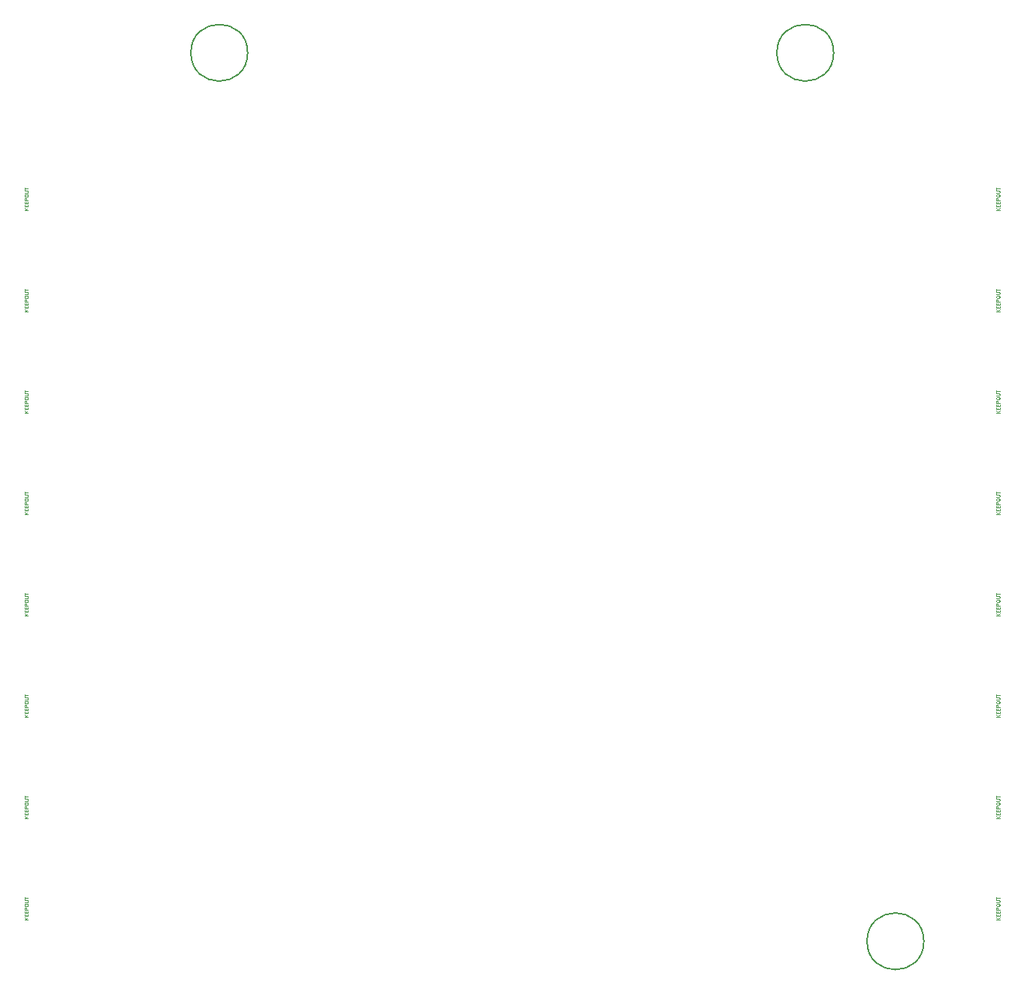
<source format=gbr>
%TF.GenerationSoftware,KiCad,Pcbnew,7.0.6*%
%TF.CreationDate,2024-06-29T14:20:43+02:00*%
%TF.ProjectId,plinkyblack_hwmidi_jacks,706c696e-6b79-4626-9c61-636b5f68776d,rev?*%
%TF.SameCoordinates,Original*%
%TF.FileFunction,Other,Comment*%
%FSLAX46Y46*%
G04 Gerber Fmt 4.6, Leading zero omitted, Abs format (unit mm)*
G04 Created by KiCad (PCBNEW 7.0.6) date 2024-06-29 14:20:43*
%MOMM*%
%LPD*%
G01*
G04 APERTURE LIST*
%ADD10C,0.051000*%
%ADD11C,0.150000*%
G04 APERTURE END LIST*
D10*
X21642395Y-116808095D02*
X21242395Y-116808095D01*
X21642395Y-116579524D02*
X21413824Y-116750953D01*
X21242395Y-116579524D02*
X21470967Y-116808095D01*
X21432871Y-116408095D02*
X21432871Y-116274762D01*
X21642395Y-116217619D02*
X21642395Y-116408095D01*
X21642395Y-116408095D02*
X21242395Y-116408095D01*
X21242395Y-116408095D02*
X21242395Y-116217619D01*
X21432871Y-116046190D02*
X21432871Y-115912857D01*
X21642395Y-115855714D02*
X21642395Y-116046190D01*
X21642395Y-116046190D02*
X21242395Y-116046190D01*
X21242395Y-116046190D02*
X21242395Y-115855714D01*
X21642395Y-115684285D02*
X21242395Y-115684285D01*
X21242395Y-115684285D02*
X21242395Y-115531904D01*
X21242395Y-115531904D02*
X21261443Y-115493809D01*
X21261443Y-115493809D02*
X21280490Y-115474762D01*
X21280490Y-115474762D02*
X21318586Y-115455714D01*
X21318586Y-115455714D02*
X21375728Y-115455714D01*
X21375728Y-115455714D02*
X21413824Y-115474762D01*
X21413824Y-115474762D02*
X21432871Y-115493809D01*
X21432871Y-115493809D02*
X21451919Y-115531904D01*
X21451919Y-115531904D02*
X21451919Y-115684285D01*
X21242395Y-115208095D02*
X21242395Y-115131904D01*
X21242395Y-115131904D02*
X21261443Y-115093809D01*
X21261443Y-115093809D02*
X21299538Y-115055714D01*
X21299538Y-115055714D02*
X21375728Y-115036666D01*
X21375728Y-115036666D02*
X21509062Y-115036666D01*
X21509062Y-115036666D02*
X21585252Y-115055714D01*
X21585252Y-115055714D02*
X21623348Y-115093809D01*
X21623348Y-115093809D02*
X21642395Y-115131904D01*
X21642395Y-115131904D02*
X21642395Y-115208095D01*
X21642395Y-115208095D02*
X21623348Y-115246190D01*
X21623348Y-115246190D02*
X21585252Y-115284285D01*
X21585252Y-115284285D02*
X21509062Y-115303333D01*
X21509062Y-115303333D02*
X21375728Y-115303333D01*
X21375728Y-115303333D02*
X21299538Y-115284285D01*
X21299538Y-115284285D02*
X21261443Y-115246190D01*
X21261443Y-115246190D02*
X21242395Y-115208095D01*
X21242395Y-114865237D02*
X21566205Y-114865237D01*
X21566205Y-114865237D02*
X21604300Y-114846190D01*
X21604300Y-114846190D02*
X21623348Y-114827142D01*
X21623348Y-114827142D02*
X21642395Y-114789047D01*
X21642395Y-114789047D02*
X21642395Y-114712856D01*
X21642395Y-114712856D02*
X21623348Y-114674761D01*
X21623348Y-114674761D02*
X21604300Y-114655714D01*
X21604300Y-114655714D02*
X21566205Y-114636666D01*
X21566205Y-114636666D02*
X21242395Y-114636666D01*
X21242395Y-114503332D02*
X21242395Y-114274761D01*
X21642395Y-114389047D02*
X21242395Y-114389047D01*
X131122395Y-48228095D02*
X130722395Y-48228095D01*
X131122395Y-47999524D02*
X130893824Y-48170953D01*
X130722395Y-47999524D02*
X130950967Y-48228095D01*
X130912871Y-47828095D02*
X130912871Y-47694762D01*
X131122395Y-47637619D02*
X131122395Y-47828095D01*
X131122395Y-47828095D02*
X130722395Y-47828095D01*
X130722395Y-47828095D02*
X130722395Y-47637619D01*
X130912871Y-47466190D02*
X130912871Y-47332857D01*
X131122395Y-47275714D02*
X131122395Y-47466190D01*
X131122395Y-47466190D02*
X130722395Y-47466190D01*
X130722395Y-47466190D02*
X130722395Y-47275714D01*
X131122395Y-47104285D02*
X130722395Y-47104285D01*
X130722395Y-47104285D02*
X130722395Y-46951904D01*
X130722395Y-46951904D02*
X130741443Y-46913809D01*
X130741443Y-46913809D02*
X130760490Y-46894762D01*
X130760490Y-46894762D02*
X130798586Y-46875714D01*
X130798586Y-46875714D02*
X130855728Y-46875714D01*
X130855728Y-46875714D02*
X130893824Y-46894762D01*
X130893824Y-46894762D02*
X130912871Y-46913809D01*
X130912871Y-46913809D02*
X130931919Y-46951904D01*
X130931919Y-46951904D02*
X130931919Y-47104285D01*
X130722395Y-46628095D02*
X130722395Y-46551904D01*
X130722395Y-46551904D02*
X130741443Y-46513809D01*
X130741443Y-46513809D02*
X130779538Y-46475714D01*
X130779538Y-46475714D02*
X130855728Y-46456666D01*
X130855728Y-46456666D02*
X130989062Y-46456666D01*
X130989062Y-46456666D02*
X131065252Y-46475714D01*
X131065252Y-46475714D02*
X131103348Y-46513809D01*
X131103348Y-46513809D02*
X131122395Y-46551904D01*
X131122395Y-46551904D02*
X131122395Y-46628095D01*
X131122395Y-46628095D02*
X131103348Y-46666190D01*
X131103348Y-46666190D02*
X131065252Y-46704285D01*
X131065252Y-46704285D02*
X130989062Y-46723333D01*
X130989062Y-46723333D02*
X130855728Y-46723333D01*
X130855728Y-46723333D02*
X130779538Y-46704285D01*
X130779538Y-46704285D02*
X130741443Y-46666190D01*
X130741443Y-46666190D02*
X130722395Y-46628095D01*
X130722395Y-46285237D02*
X131046205Y-46285237D01*
X131046205Y-46285237D02*
X131084300Y-46266190D01*
X131084300Y-46266190D02*
X131103348Y-46247142D01*
X131103348Y-46247142D02*
X131122395Y-46209047D01*
X131122395Y-46209047D02*
X131122395Y-46132856D01*
X131122395Y-46132856D02*
X131103348Y-46094761D01*
X131103348Y-46094761D02*
X131084300Y-46075714D01*
X131084300Y-46075714D02*
X131046205Y-46056666D01*
X131046205Y-46056666D02*
X130722395Y-46056666D01*
X130722395Y-45923332D02*
X130722395Y-45694761D01*
X131122395Y-45809047D02*
X130722395Y-45809047D01*
X131122395Y-59658095D02*
X130722395Y-59658095D01*
X131122395Y-59429524D02*
X130893824Y-59600953D01*
X130722395Y-59429524D02*
X130950967Y-59658095D01*
X130912871Y-59258095D02*
X130912871Y-59124762D01*
X131122395Y-59067619D02*
X131122395Y-59258095D01*
X131122395Y-59258095D02*
X130722395Y-59258095D01*
X130722395Y-59258095D02*
X130722395Y-59067619D01*
X130912871Y-58896190D02*
X130912871Y-58762857D01*
X131122395Y-58705714D02*
X131122395Y-58896190D01*
X131122395Y-58896190D02*
X130722395Y-58896190D01*
X130722395Y-58896190D02*
X130722395Y-58705714D01*
X131122395Y-58534285D02*
X130722395Y-58534285D01*
X130722395Y-58534285D02*
X130722395Y-58381904D01*
X130722395Y-58381904D02*
X130741443Y-58343809D01*
X130741443Y-58343809D02*
X130760490Y-58324762D01*
X130760490Y-58324762D02*
X130798586Y-58305714D01*
X130798586Y-58305714D02*
X130855728Y-58305714D01*
X130855728Y-58305714D02*
X130893824Y-58324762D01*
X130893824Y-58324762D02*
X130912871Y-58343809D01*
X130912871Y-58343809D02*
X130931919Y-58381904D01*
X130931919Y-58381904D02*
X130931919Y-58534285D01*
X130722395Y-58058095D02*
X130722395Y-57981904D01*
X130722395Y-57981904D02*
X130741443Y-57943809D01*
X130741443Y-57943809D02*
X130779538Y-57905714D01*
X130779538Y-57905714D02*
X130855728Y-57886666D01*
X130855728Y-57886666D02*
X130989062Y-57886666D01*
X130989062Y-57886666D02*
X131065252Y-57905714D01*
X131065252Y-57905714D02*
X131103348Y-57943809D01*
X131103348Y-57943809D02*
X131122395Y-57981904D01*
X131122395Y-57981904D02*
X131122395Y-58058095D01*
X131122395Y-58058095D02*
X131103348Y-58096190D01*
X131103348Y-58096190D02*
X131065252Y-58134285D01*
X131065252Y-58134285D02*
X130989062Y-58153333D01*
X130989062Y-58153333D02*
X130855728Y-58153333D01*
X130855728Y-58153333D02*
X130779538Y-58134285D01*
X130779538Y-58134285D02*
X130741443Y-58096190D01*
X130741443Y-58096190D02*
X130722395Y-58058095D01*
X130722395Y-57715237D02*
X131046205Y-57715237D01*
X131046205Y-57715237D02*
X131084300Y-57696190D01*
X131084300Y-57696190D02*
X131103348Y-57677142D01*
X131103348Y-57677142D02*
X131122395Y-57639047D01*
X131122395Y-57639047D02*
X131122395Y-57562856D01*
X131122395Y-57562856D02*
X131103348Y-57524761D01*
X131103348Y-57524761D02*
X131084300Y-57505714D01*
X131084300Y-57505714D02*
X131046205Y-57486666D01*
X131046205Y-57486666D02*
X130722395Y-57486666D01*
X130722395Y-57353332D02*
X130722395Y-57124761D01*
X131122395Y-57239047D02*
X130722395Y-57239047D01*
X21642395Y-82518095D02*
X21242395Y-82518095D01*
X21642395Y-82289524D02*
X21413824Y-82460953D01*
X21242395Y-82289524D02*
X21470967Y-82518095D01*
X21432871Y-82118095D02*
X21432871Y-81984762D01*
X21642395Y-81927619D02*
X21642395Y-82118095D01*
X21642395Y-82118095D02*
X21242395Y-82118095D01*
X21242395Y-82118095D02*
X21242395Y-81927619D01*
X21432871Y-81756190D02*
X21432871Y-81622857D01*
X21642395Y-81565714D02*
X21642395Y-81756190D01*
X21642395Y-81756190D02*
X21242395Y-81756190D01*
X21242395Y-81756190D02*
X21242395Y-81565714D01*
X21642395Y-81394285D02*
X21242395Y-81394285D01*
X21242395Y-81394285D02*
X21242395Y-81241904D01*
X21242395Y-81241904D02*
X21261443Y-81203809D01*
X21261443Y-81203809D02*
X21280490Y-81184762D01*
X21280490Y-81184762D02*
X21318586Y-81165714D01*
X21318586Y-81165714D02*
X21375728Y-81165714D01*
X21375728Y-81165714D02*
X21413824Y-81184762D01*
X21413824Y-81184762D02*
X21432871Y-81203809D01*
X21432871Y-81203809D02*
X21451919Y-81241904D01*
X21451919Y-81241904D02*
X21451919Y-81394285D01*
X21242395Y-80918095D02*
X21242395Y-80841904D01*
X21242395Y-80841904D02*
X21261443Y-80803809D01*
X21261443Y-80803809D02*
X21299538Y-80765714D01*
X21299538Y-80765714D02*
X21375728Y-80746666D01*
X21375728Y-80746666D02*
X21509062Y-80746666D01*
X21509062Y-80746666D02*
X21585252Y-80765714D01*
X21585252Y-80765714D02*
X21623348Y-80803809D01*
X21623348Y-80803809D02*
X21642395Y-80841904D01*
X21642395Y-80841904D02*
X21642395Y-80918095D01*
X21642395Y-80918095D02*
X21623348Y-80956190D01*
X21623348Y-80956190D02*
X21585252Y-80994285D01*
X21585252Y-80994285D02*
X21509062Y-81013333D01*
X21509062Y-81013333D02*
X21375728Y-81013333D01*
X21375728Y-81013333D02*
X21299538Y-80994285D01*
X21299538Y-80994285D02*
X21261443Y-80956190D01*
X21261443Y-80956190D02*
X21242395Y-80918095D01*
X21242395Y-80575237D02*
X21566205Y-80575237D01*
X21566205Y-80575237D02*
X21604300Y-80556190D01*
X21604300Y-80556190D02*
X21623348Y-80537142D01*
X21623348Y-80537142D02*
X21642395Y-80499047D01*
X21642395Y-80499047D02*
X21642395Y-80422856D01*
X21642395Y-80422856D02*
X21623348Y-80384761D01*
X21623348Y-80384761D02*
X21604300Y-80365714D01*
X21604300Y-80365714D02*
X21566205Y-80346666D01*
X21566205Y-80346666D02*
X21242395Y-80346666D01*
X21242395Y-80213332D02*
X21242395Y-79984761D01*
X21642395Y-80099047D02*
X21242395Y-80099047D01*
X21642395Y-93948095D02*
X21242395Y-93948095D01*
X21642395Y-93719524D02*
X21413824Y-93890953D01*
X21242395Y-93719524D02*
X21470967Y-93948095D01*
X21432871Y-93548095D02*
X21432871Y-93414762D01*
X21642395Y-93357619D02*
X21642395Y-93548095D01*
X21642395Y-93548095D02*
X21242395Y-93548095D01*
X21242395Y-93548095D02*
X21242395Y-93357619D01*
X21432871Y-93186190D02*
X21432871Y-93052857D01*
X21642395Y-92995714D02*
X21642395Y-93186190D01*
X21642395Y-93186190D02*
X21242395Y-93186190D01*
X21242395Y-93186190D02*
X21242395Y-92995714D01*
X21642395Y-92824285D02*
X21242395Y-92824285D01*
X21242395Y-92824285D02*
X21242395Y-92671904D01*
X21242395Y-92671904D02*
X21261443Y-92633809D01*
X21261443Y-92633809D02*
X21280490Y-92614762D01*
X21280490Y-92614762D02*
X21318586Y-92595714D01*
X21318586Y-92595714D02*
X21375728Y-92595714D01*
X21375728Y-92595714D02*
X21413824Y-92614762D01*
X21413824Y-92614762D02*
X21432871Y-92633809D01*
X21432871Y-92633809D02*
X21451919Y-92671904D01*
X21451919Y-92671904D02*
X21451919Y-92824285D01*
X21242395Y-92348095D02*
X21242395Y-92271904D01*
X21242395Y-92271904D02*
X21261443Y-92233809D01*
X21261443Y-92233809D02*
X21299538Y-92195714D01*
X21299538Y-92195714D02*
X21375728Y-92176666D01*
X21375728Y-92176666D02*
X21509062Y-92176666D01*
X21509062Y-92176666D02*
X21585252Y-92195714D01*
X21585252Y-92195714D02*
X21623348Y-92233809D01*
X21623348Y-92233809D02*
X21642395Y-92271904D01*
X21642395Y-92271904D02*
X21642395Y-92348095D01*
X21642395Y-92348095D02*
X21623348Y-92386190D01*
X21623348Y-92386190D02*
X21585252Y-92424285D01*
X21585252Y-92424285D02*
X21509062Y-92443333D01*
X21509062Y-92443333D02*
X21375728Y-92443333D01*
X21375728Y-92443333D02*
X21299538Y-92424285D01*
X21299538Y-92424285D02*
X21261443Y-92386190D01*
X21261443Y-92386190D02*
X21242395Y-92348095D01*
X21242395Y-92005237D02*
X21566205Y-92005237D01*
X21566205Y-92005237D02*
X21604300Y-91986190D01*
X21604300Y-91986190D02*
X21623348Y-91967142D01*
X21623348Y-91967142D02*
X21642395Y-91929047D01*
X21642395Y-91929047D02*
X21642395Y-91852856D01*
X21642395Y-91852856D02*
X21623348Y-91814761D01*
X21623348Y-91814761D02*
X21604300Y-91795714D01*
X21604300Y-91795714D02*
X21566205Y-91776666D01*
X21566205Y-91776666D02*
X21242395Y-91776666D01*
X21242395Y-91643332D02*
X21242395Y-91414761D01*
X21642395Y-91529047D02*
X21242395Y-91529047D01*
X131122395Y-105378095D02*
X130722395Y-105378095D01*
X131122395Y-105149524D02*
X130893824Y-105320953D01*
X130722395Y-105149524D02*
X130950967Y-105378095D01*
X130912871Y-104978095D02*
X130912871Y-104844762D01*
X131122395Y-104787619D02*
X131122395Y-104978095D01*
X131122395Y-104978095D02*
X130722395Y-104978095D01*
X130722395Y-104978095D02*
X130722395Y-104787619D01*
X130912871Y-104616190D02*
X130912871Y-104482857D01*
X131122395Y-104425714D02*
X131122395Y-104616190D01*
X131122395Y-104616190D02*
X130722395Y-104616190D01*
X130722395Y-104616190D02*
X130722395Y-104425714D01*
X131122395Y-104254285D02*
X130722395Y-104254285D01*
X130722395Y-104254285D02*
X130722395Y-104101904D01*
X130722395Y-104101904D02*
X130741443Y-104063809D01*
X130741443Y-104063809D02*
X130760490Y-104044762D01*
X130760490Y-104044762D02*
X130798586Y-104025714D01*
X130798586Y-104025714D02*
X130855728Y-104025714D01*
X130855728Y-104025714D02*
X130893824Y-104044762D01*
X130893824Y-104044762D02*
X130912871Y-104063809D01*
X130912871Y-104063809D02*
X130931919Y-104101904D01*
X130931919Y-104101904D02*
X130931919Y-104254285D01*
X130722395Y-103778095D02*
X130722395Y-103701904D01*
X130722395Y-103701904D02*
X130741443Y-103663809D01*
X130741443Y-103663809D02*
X130779538Y-103625714D01*
X130779538Y-103625714D02*
X130855728Y-103606666D01*
X130855728Y-103606666D02*
X130989062Y-103606666D01*
X130989062Y-103606666D02*
X131065252Y-103625714D01*
X131065252Y-103625714D02*
X131103348Y-103663809D01*
X131103348Y-103663809D02*
X131122395Y-103701904D01*
X131122395Y-103701904D02*
X131122395Y-103778095D01*
X131122395Y-103778095D02*
X131103348Y-103816190D01*
X131103348Y-103816190D02*
X131065252Y-103854285D01*
X131065252Y-103854285D02*
X130989062Y-103873333D01*
X130989062Y-103873333D02*
X130855728Y-103873333D01*
X130855728Y-103873333D02*
X130779538Y-103854285D01*
X130779538Y-103854285D02*
X130741443Y-103816190D01*
X130741443Y-103816190D02*
X130722395Y-103778095D01*
X130722395Y-103435237D02*
X131046205Y-103435237D01*
X131046205Y-103435237D02*
X131084300Y-103416190D01*
X131084300Y-103416190D02*
X131103348Y-103397142D01*
X131103348Y-103397142D02*
X131122395Y-103359047D01*
X131122395Y-103359047D02*
X131122395Y-103282856D01*
X131122395Y-103282856D02*
X131103348Y-103244761D01*
X131103348Y-103244761D02*
X131084300Y-103225714D01*
X131084300Y-103225714D02*
X131046205Y-103206666D01*
X131046205Y-103206666D02*
X130722395Y-103206666D01*
X130722395Y-103073332D02*
X130722395Y-102844761D01*
X131122395Y-102959047D02*
X130722395Y-102959047D01*
X131122395Y-93948095D02*
X130722395Y-93948095D01*
X131122395Y-93719524D02*
X130893824Y-93890953D01*
X130722395Y-93719524D02*
X130950967Y-93948095D01*
X130912871Y-93548095D02*
X130912871Y-93414762D01*
X131122395Y-93357619D02*
X131122395Y-93548095D01*
X131122395Y-93548095D02*
X130722395Y-93548095D01*
X130722395Y-93548095D02*
X130722395Y-93357619D01*
X130912871Y-93186190D02*
X130912871Y-93052857D01*
X131122395Y-92995714D02*
X131122395Y-93186190D01*
X131122395Y-93186190D02*
X130722395Y-93186190D01*
X130722395Y-93186190D02*
X130722395Y-92995714D01*
X131122395Y-92824285D02*
X130722395Y-92824285D01*
X130722395Y-92824285D02*
X130722395Y-92671904D01*
X130722395Y-92671904D02*
X130741443Y-92633809D01*
X130741443Y-92633809D02*
X130760490Y-92614762D01*
X130760490Y-92614762D02*
X130798586Y-92595714D01*
X130798586Y-92595714D02*
X130855728Y-92595714D01*
X130855728Y-92595714D02*
X130893824Y-92614762D01*
X130893824Y-92614762D02*
X130912871Y-92633809D01*
X130912871Y-92633809D02*
X130931919Y-92671904D01*
X130931919Y-92671904D02*
X130931919Y-92824285D01*
X130722395Y-92348095D02*
X130722395Y-92271904D01*
X130722395Y-92271904D02*
X130741443Y-92233809D01*
X130741443Y-92233809D02*
X130779538Y-92195714D01*
X130779538Y-92195714D02*
X130855728Y-92176666D01*
X130855728Y-92176666D02*
X130989062Y-92176666D01*
X130989062Y-92176666D02*
X131065252Y-92195714D01*
X131065252Y-92195714D02*
X131103348Y-92233809D01*
X131103348Y-92233809D02*
X131122395Y-92271904D01*
X131122395Y-92271904D02*
X131122395Y-92348095D01*
X131122395Y-92348095D02*
X131103348Y-92386190D01*
X131103348Y-92386190D02*
X131065252Y-92424285D01*
X131065252Y-92424285D02*
X130989062Y-92443333D01*
X130989062Y-92443333D02*
X130855728Y-92443333D01*
X130855728Y-92443333D02*
X130779538Y-92424285D01*
X130779538Y-92424285D02*
X130741443Y-92386190D01*
X130741443Y-92386190D02*
X130722395Y-92348095D01*
X130722395Y-92005237D02*
X131046205Y-92005237D01*
X131046205Y-92005237D02*
X131084300Y-91986190D01*
X131084300Y-91986190D02*
X131103348Y-91967142D01*
X131103348Y-91967142D02*
X131122395Y-91929047D01*
X131122395Y-91929047D02*
X131122395Y-91852856D01*
X131122395Y-91852856D02*
X131103348Y-91814761D01*
X131103348Y-91814761D02*
X131084300Y-91795714D01*
X131084300Y-91795714D02*
X131046205Y-91776666D01*
X131046205Y-91776666D02*
X130722395Y-91776666D01*
X130722395Y-91643332D02*
X130722395Y-91414761D01*
X131122395Y-91529047D02*
X130722395Y-91529047D01*
X21642395Y-105378095D02*
X21242395Y-105378095D01*
X21642395Y-105149524D02*
X21413824Y-105320953D01*
X21242395Y-105149524D02*
X21470967Y-105378095D01*
X21432871Y-104978095D02*
X21432871Y-104844762D01*
X21642395Y-104787619D02*
X21642395Y-104978095D01*
X21642395Y-104978095D02*
X21242395Y-104978095D01*
X21242395Y-104978095D02*
X21242395Y-104787619D01*
X21432871Y-104616190D02*
X21432871Y-104482857D01*
X21642395Y-104425714D02*
X21642395Y-104616190D01*
X21642395Y-104616190D02*
X21242395Y-104616190D01*
X21242395Y-104616190D02*
X21242395Y-104425714D01*
X21642395Y-104254285D02*
X21242395Y-104254285D01*
X21242395Y-104254285D02*
X21242395Y-104101904D01*
X21242395Y-104101904D02*
X21261443Y-104063809D01*
X21261443Y-104063809D02*
X21280490Y-104044762D01*
X21280490Y-104044762D02*
X21318586Y-104025714D01*
X21318586Y-104025714D02*
X21375728Y-104025714D01*
X21375728Y-104025714D02*
X21413824Y-104044762D01*
X21413824Y-104044762D02*
X21432871Y-104063809D01*
X21432871Y-104063809D02*
X21451919Y-104101904D01*
X21451919Y-104101904D02*
X21451919Y-104254285D01*
X21242395Y-103778095D02*
X21242395Y-103701904D01*
X21242395Y-103701904D02*
X21261443Y-103663809D01*
X21261443Y-103663809D02*
X21299538Y-103625714D01*
X21299538Y-103625714D02*
X21375728Y-103606666D01*
X21375728Y-103606666D02*
X21509062Y-103606666D01*
X21509062Y-103606666D02*
X21585252Y-103625714D01*
X21585252Y-103625714D02*
X21623348Y-103663809D01*
X21623348Y-103663809D02*
X21642395Y-103701904D01*
X21642395Y-103701904D02*
X21642395Y-103778095D01*
X21642395Y-103778095D02*
X21623348Y-103816190D01*
X21623348Y-103816190D02*
X21585252Y-103854285D01*
X21585252Y-103854285D02*
X21509062Y-103873333D01*
X21509062Y-103873333D02*
X21375728Y-103873333D01*
X21375728Y-103873333D02*
X21299538Y-103854285D01*
X21299538Y-103854285D02*
X21261443Y-103816190D01*
X21261443Y-103816190D02*
X21242395Y-103778095D01*
X21242395Y-103435237D02*
X21566205Y-103435237D01*
X21566205Y-103435237D02*
X21604300Y-103416190D01*
X21604300Y-103416190D02*
X21623348Y-103397142D01*
X21623348Y-103397142D02*
X21642395Y-103359047D01*
X21642395Y-103359047D02*
X21642395Y-103282856D01*
X21642395Y-103282856D02*
X21623348Y-103244761D01*
X21623348Y-103244761D02*
X21604300Y-103225714D01*
X21604300Y-103225714D02*
X21566205Y-103206666D01*
X21566205Y-103206666D02*
X21242395Y-103206666D01*
X21242395Y-103073332D02*
X21242395Y-102844761D01*
X21642395Y-102959047D02*
X21242395Y-102959047D01*
X131122395Y-128238095D02*
X130722395Y-128238095D01*
X131122395Y-128009524D02*
X130893824Y-128180953D01*
X130722395Y-128009524D02*
X130950967Y-128238095D01*
X130912871Y-127838095D02*
X130912871Y-127704762D01*
X131122395Y-127647619D02*
X131122395Y-127838095D01*
X131122395Y-127838095D02*
X130722395Y-127838095D01*
X130722395Y-127838095D02*
X130722395Y-127647619D01*
X130912871Y-127476190D02*
X130912871Y-127342857D01*
X131122395Y-127285714D02*
X131122395Y-127476190D01*
X131122395Y-127476190D02*
X130722395Y-127476190D01*
X130722395Y-127476190D02*
X130722395Y-127285714D01*
X131122395Y-127114285D02*
X130722395Y-127114285D01*
X130722395Y-127114285D02*
X130722395Y-126961904D01*
X130722395Y-126961904D02*
X130741443Y-126923809D01*
X130741443Y-126923809D02*
X130760490Y-126904762D01*
X130760490Y-126904762D02*
X130798586Y-126885714D01*
X130798586Y-126885714D02*
X130855728Y-126885714D01*
X130855728Y-126885714D02*
X130893824Y-126904762D01*
X130893824Y-126904762D02*
X130912871Y-126923809D01*
X130912871Y-126923809D02*
X130931919Y-126961904D01*
X130931919Y-126961904D02*
X130931919Y-127114285D01*
X130722395Y-126638095D02*
X130722395Y-126561904D01*
X130722395Y-126561904D02*
X130741443Y-126523809D01*
X130741443Y-126523809D02*
X130779538Y-126485714D01*
X130779538Y-126485714D02*
X130855728Y-126466666D01*
X130855728Y-126466666D02*
X130989062Y-126466666D01*
X130989062Y-126466666D02*
X131065252Y-126485714D01*
X131065252Y-126485714D02*
X131103348Y-126523809D01*
X131103348Y-126523809D02*
X131122395Y-126561904D01*
X131122395Y-126561904D02*
X131122395Y-126638095D01*
X131122395Y-126638095D02*
X131103348Y-126676190D01*
X131103348Y-126676190D02*
X131065252Y-126714285D01*
X131065252Y-126714285D02*
X130989062Y-126733333D01*
X130989062Y-126733333D02*
X130855728Y-126733333D01*
X130855728Y-126733333D02*
X130779538Y-126714285D01*
X130779538Y-126714285D02*
X130741443Y-126676190D01*
X130741443Y-126676190D02*
X130722395Y-126638095D01*
X130722395Y-126295237D02*
X131046205Y-126295237D01*
X131046205Y-126295237D02*
X131084300Y-126276190D01*
X131084300Y-126276190D02*
X131103348Y-126257142D01*
X131103348Y-126257142D02*
X131122395Y-126219047D01*
X131122395Y-126219047D02*
X131122395Y-126142856D01*
X131122395Y-126142856D02*
X131103348Y-126104761D01*
X131103348Y-126104761D02*
X131084300Y-126085714D01*
X131084300Y-126085714D02*
X131046205Y-126066666D01*
X131046205Y-126066666D02*
X130722395Y-126066666D01*
X130722395Y-125933332D02*
X130722395Y-125704761D01*
X131122395Y-125819047D02*
X130722395Y-125819047D01*
X21642395Y-128238095D02*
X21242395Y-128238095D01*
X21642395Y-128009524D02*
X21413824Y-128180953D01*
X21242395Y-128009524D02*
X21470967Y-128238095D01*
X21432871Y-127838095D02*
X21432871Y-127704762D01*
X21642395Y-127647619D02*
X21642395Y-127838095D01*
X21642395Y-127838095D02*
X21242395Y-127838095D01*
X21242395Y-127838095D02*
X21242395Y-127647619D01*
X21432871Y-127476190D02*
X21432871Y-127342857D01*
X21642395Y-127285714D02*
X21642395Y-127476190D01*
X21642395Y-127476190D02*
X21242395Y-127476190D01*
X21242395Y-127476190D02*
X21242395Y-127285714D01*
X21642395Y-127114285D02*
X21242395Y-127114285D01*
X21242395Y-127114285D02*
X21242395Y-126961904D01*
X21242395Y-126961904D02*
X21261443Y-126923809D01*
X21261443Y-126923809D02*
X21280490Y-126904762D01*
X21280490Y-126904762D02*
X21318586Y-126885714D01*
X21318586Y-126885714D02*
X21375728Y-126885714D01*
X21375728Y-126885714D02*
X21413824Y-126904762D01*
X21413824Y-126904762D02*
X21432871Y-126923809D01*
X21432871Y-126923809D02*
X21451919Y-126961904D01*
X21451919Y-126961904D02*
X21451919Y-127114285D01*
X21242395Y-126638095D02*
X21242395Y-126561904D01*
X21242395Y-126561904D02*
X21261443Y-126523809D01*
X21261443Y-126523809D02*
X21299538Y-126485714D01*
X21299538Y-126485714D02*
X21375728Y-126466666D01*
X21375728Y-126466666D02*
X21509062Y-126466666D01*
X21509062Y-126466666D02*
X21585252Y-126485714D01*
X21585252Y-126485714D02*
X21623348Y-126523809D01*
X21623348Y-126523809D02*
X21642395Y-126561904D01*
X21642395Y-126561904D02*
X21642395Y-126638095D01*
X21642395Y-126638095D02*
X21623348Y-126676190D01*
X21623348Y-126676190D02*
X21585252Y-126714285D01*
X21585252Y-126714285D02*
X21509062Y-126733333D01*
X21509062Y-126733333D02*
X21375728Y-126733333D01*
X21375728Y-126733333D02*
X21299538Y-126714285D01*
X21299538Y-126714285D02*
X21261443Y-126676190D01*
X21261443Y-126676190D02*
X21242395Y-126638095D01*
X21242395Y-126295237D02*
X21566205Y-126295237D01*
X21566205Y-126295237D02*
X21604300Y-126276190D01*
X21604300Y-126276190D02*
X21623348Y-126257142D01*
X21623348Y-126257142D02*
X21642395Y-126219047D01*
X21642395Y-126219047D02*
X21642395Y-126142856D01*
X21642395Y-126142856D02*
X21623348Y-126104761D01*
X21623348Y-126104761D02*
X21604300Y-126085714D01*
X21604300Y-126085714D02*
X21566205Y-126066666D01*
X21566205Y-126066666D02*
X21242395Y-126066666D01*
X21242395Y-125933332D02*
X21242395Y-125704761D01*
X21642395Y-125819047D02*
X21242395Y-125819047D01*
X21642395Y-48228095D02*
X21242395Y-48228095D01*
X21642395Y-47999524D02*
X21413824Y-48170953D01*
X21242395Y-47999524D02*
X21470967Y-48228095D01*
X21432871Y-47828095D02*
X21432871Y-47694762D01*
X21642395Y-47637619D02*
X21642395Y-47828095D01*
X21642395Y-47828095D02*
X21242395Y-47828095D01*
X21242395Y-47828095D02*
X21242395Y-47637619D01*
X21432871Y-47466190D02*
X21432871Y-47332857D01*
X21642395Y-47275714D02*
X21642395Y-47466190D01*
X21642395Y-47466190D02*
X21242395Y-47466190D01*
X21242395Y-47466190D02*
X21242395Y-47275714D01*
X21642395Y-47104285D02*
X21242395Y-47104285D01*
X21242395Y-47104285D02*
X21242395Y-46951904D01*
X21242395Y-46951904D02*
X21261443Y-46913809D01*
X21261443Y-46913809D02*
X21280490Y-46894762D01*
X21280490Y-46894762D02*
X21318586Y-46875714D01*
X21318586Y-46875714D02*
X21375728Y-46875714D01*
X21375728Y-46875714D02*
X21413824Y-46894762D01*
X21413824Y-46894762D02*
X21432871Y-46913809D01*
X21432871Y-46913809D02*
X21451919Y-46951904D01*
X21451919Y-46951904D02*
X21451919Y-47104285D01*
X21242395Y-46628095D02*
X21242395Y-46551904D01*
X21242395Y-46551904D02*
X21261443Y-46513809D01*
X21261443Y-46513809D02*
X21299538Y-46475714D01*
X21299538Y-46475714D02*
X21375728Y-46456666D01*
X21375728Y-46456666D02*
X21509062Y-46456666D01*
X21509062Y-46456666D02*
X21585252Y-46475714D01*
X21585252Y-46475714D02*
X21623348Y-46513809D01*
X21623348Y-46513809D02*
X21642395Y-46551904D01*
X21642395Y-46551904D02*
X21642395Y-46628095D01*
X21642395Y-46628095D02*
X21623348Y-46666190D01*
X21623348Y-46666190D02*
X21585252Y-46704285D01*
X21585252Y-46704285D02*
X21509062Y-46723333D01*
X21509062Y-46723333D02*
X21375728Y-46723333D01*
X21375728Y-46723333D02*
X21299538Y-46704285D01*
X21299538Y-46704285D02*
X21261443Y-46666190D01*
X21261443Y-46666190D02*
X21242395Y-46628095D01*
X21242395Y-46285237D02*
X21566205Y-46285237D01*
X21566205Y-46285237D02*
X21604300Y-46266190D01*
X21604300Y-46266190D02*
X21623348Y-46247142D01*
X21623348Y-46247142D02*
X21642395Y-46209047D01*
X21642395Y-46209047D02*
X21642395Y-46132856D01*
X21642395Y-46132856D02*
X21623348Y-46094761D01*
X21623348Y-46094761D02*
X21604300Y-46075714D01*
X21604300Y-46075714D02*
X21566205Y-46056666D01*
X21566205Y-46056666D02*
X21242395Y-46056666D01*
X21242395Y-45923332D02*
X21242395Y-45694761D01*
X21642395Y-45809047D02*
X21242395Y-45809047D01*
X131122395Y-71088095D02*
X130722395Y-71088095D01*
X131122395Y-70859524D02*
X130893824Y-71030953D01*
X130722395Y-70859524D02*
X130950967Y-71088095D01*
X130912871Y-70688095D02*
X130912871Y-70554762D01*
X131122395Y-70497619D02*
X131122395Y-70688095D01*
X131122395Y-70688095D02*
X130722395Y-70688095D01*
X130722395Y-70688095D02*
X130722395Y-70497619D01*
X130912871Y-70326190D02*
X130912871Y-70192857D01*
X131122395Y-70135714D02*
X131122395Y-70326190D01*
X131122395Y-70326190D02*
X130722395Y-70326190D01*
X130722395Y-70326190D02*
X130722395Y-70135714D01*
X131122395Y-69964285D02*
X130722395Y-69964285D01*
X130722395Y-69964285D02*
X130722395Y-69811904D01*
X130722395Y-69811904D02*
X130741443Y-69773809D01*
X130741443Y-69773809D02*
X130760490Y-69754762D01*
X130760490Y-69754762D02*
X130798586Y-69735714D01*
X130798586Y-69735714D02*
X130855728Y-69735714D01*
X130855728Y-69735714D02*
X130893824Y-69754762D01*
X130893824Y-69754762D02*
X130912871Y-69773809D01*
X130912871Y-69773809D02*
X130931919Y-69811904D01*
X130931919Y-69811904D02*
X130931919Y-69964285D01*
X130722395Y-69488095D02*
X130722395Y-69411904D01*
X130722395Y-69411904D02*
X130741443Y-69373809D01*
X130741443Y-69373809D02*
X130779538Y-69335714D01*
X130779538Y-69335714D02*
X130855728Y-69316666D01*
X130855728Y-69316666D02*
X130989062Y-69316666D01*
X130989062Y-69316666D02*
X131065252Y-69335714D01*
X131065252Y-69335714D02*
X131103348Y-69373809D01*
X131103348Y-69373809D02*
X131122395Y-69411904D01*
X131122395Y-69411904D02*
X131122395Y-69488095D01*
X131122395Y-69488095D02*
X131103348Y-69526190D01*
X131103348Y-69526190D02*
X131065252Y-69564285D01*
X131065252Y-69564285D02*
X130989062Y-69583333D01*
X130989062Y-69583333D02*
X130855728Y-69583333D01*
X130855728Y-69583333D02*
X130779538Y-69564285D01*
X130779538Y-69564285D02*
X130741443Y-69526190D01*
X130741443Y-69526190D02*
X130722395Y-69488095D01*
X130722395Y-69145237D02*
X131046205Y-69145237D01*
X131046205Y-69145237D02*
X131084300Y-69126190D01*
X131084300Y-69126190D02*
X131103348Y-69107142D01*
X131103348Y-69107142D02*
X131122395Y-69069047D01*
X131122395Y-69069047D02*
X131122395Y-68992856D01*
X131122395Y-68992856D02*
X131103348Y-68954761D01*
X131103348Y-68954761D02*
X131084300Y-68935714D01*
X131084300Y-68935714D02*
X131046205Y-68916666D01*
X131046205Y-68916666D02*
X130722395Y-68916666D01*
X130722395Y-68783332D02*
X130722395Y-68554761D01*
X131122395Y-68669047D02*
X130722395Y-68669047D01*
X131122395Y-82518095D02*
X130722395Y-82518095D01*
X131122395Y-82289524D02*
X130893824Y-82460953D01*
X130722395Y-82289524D02*
X130950967Y-82518095D01*
X130912871Y-82118095D02*
X130912871Y-81984762D01*
X131122395Y-81927619D02*
X131122395Y-82118095D01*
X131122395Y-82118095D02*
X130722395Y-82118095D01*
X130722395Y-82118095D02*
X130722395Y-81927619D01*
X130912871Y-81756190D02*
X130912871Y-81622857D01*
X131122395Y-81565714D02*
X131122395Y-81756190D01*
X131122395Y-81756190D02*
X130722395Y-81756190D01*
X130722395Y-81756190D02*
X130722395Y-81565714D01*
X131122395Y-81394285D02*
X130722395Y-81394285D01*
X130722395Y-81394285D02*
X130722395Y-81241904D01*
X130722395Y-81241904D02*
X130741443Y-81203809D01*
X130741443Y-81203809D02*
X130760490Y-81184762D01*
X130760490Y-81184762D02*
X130798586Y-81165714D01*
X130798586Y-81165714D02*
X130855728Y-81165714D01*
X130855728Y-81165714D02*
X130893824Y-81184762D01*
X130893824Y-81184762D02*
X130912871Y-81203809D01*
X130912871Y-81203809D02*
X130931919Y-81241904D01*
X130931919Y-81241904D02*
X130931919Y-81394285D01*
X130722395Y-80918095D02*
X130722395Y-80841904D01*
X130722395Y-80841904D02*
X130741443Y-80803809D01*
X130741443Y-80803809D02*
X130779538Y-80765714D01*
X130779538Y-80765714D02*
X130855728Y-80746666D01*
X130855728Y-80746666D02*
X130989062Y-80746666D01*
X130989062Y-80746666D02*
X131065252Y-80765714D01*
X131065252Y-80765714D02*
X131103348Y-80803809D01*
X131103348Y-80803809D02*
X131122395Y-80841904D01*
X131122395Y-80841904D02*
X131122395Y-80918095D01*
X131122395Y-80918095D02*
X131103348Y-80956190D01*
X131103348Y-80956190D02*
X131065252Y-80994285D01*
X131065252Y-80994285D02*
X130989062Y-81013333D01*
X130989062Y-81013333D02*
X130855728Y-81013333D01*
X130855728Y-81013333D02*
X130779538Y-80994285D01*
X130779538Y-80994285D02*
X130741443Y-80956190D01*
X130741443Y-80956190D02*
X130722395Y-80918095D01*
X130722395Y-80575237D02*
X131046205Y-80575237D01*
X131046205Y-80575237D02*
X131084300Y-80556190D01*
X131084300Y-80556190D02*
X131103348Y-80537142D01*
X131103348Y-80537142D02*
X131122395Y-80499047D01*
X131122395Y-80499047D02*
X131122395Y-80422856D01*
X131122395Y-80422856D02*
X131103348Y-80384761D01*
X131103348Y-80384761D02*
X131084300Y-80365714D01*
X131084300Y-80365714D02*
X131046205Y-80346666D01*
X131046205Y-80346666D02*
X130722395Y-80346666D01*
X130722395Y-80213332D02*
X130722395Y-79984761D01*
X131122395Y-80099047D02*
X130722395Y-80099047D01*
X131122395Y-116808095D02*
X130722395Y-116808095D01*
X131122395Y-116579524D02*
X130893824Y-116750953D01*
X130722395Y-116579524D02*
X130950967Y-116808095D01*
X130912871Y-116408095D02*
X130912871Y-116274762D01*
X131122395Y-116217619D02*
X131122395Y-116408095D01*
X131122395Y-116408095D02*
X130722395Y-116408095D01*
X130722395Y-116408095D02*
X130722395Y-116217619D01*
X130912871Y-116046190D02*
X130912871Y-115912857D01*
X131122395Y-115855714D02*
X131122395Y-116046190D01*
X131122395Y-116046190D02*
X130722395Y-116046190D01*
X130722395Y-116046190D02*
X130722395Y-115855714D01*
X131122395Y-115684285D02*
X130722395Y-115684285D01*
X130722395Y-115684285D02*
X130722395Y-115531904D01*
X130722395Y-115531904D02*
X130741443Y-115493809D01*
X130741443Y-115493809D02*
X130760490Y-115474762D01*
X130760490Y-115474762D02*
X130798586Y-115455714D01*
X130798586Y-115455714D02*
X130855728Y-115455714D01*
X130855728Y-115455714D02*
X130893824Y-115474762D01*
X130893824Y-115474762D02*
X130912871Y-115493809D01*
X130912871Y-115493809D02*
X130931919Y-115531904D01*
X130931919Y-115531904D02*
X130931919Y-115684285D01*
X130722395Y-115208095D02*
X130722395Y-115131904D01*
X130722395Y-115131904D02*
X130741443Y-115093809D01*
X130741443Y-115093809D02*
X130779538Y-115055714D01*
X130779538Y-115055714D02*
X130855728Y-115036666D01*
X130855728Y-115036666D02*
X130989062Y-115036666D01*
X130989062Y-115036666D02*
X131065252Y-115055714D01*
X131065252Y-115055714D02*
X131103348Y-115093809D01*
X131103348Y-115093809D02*
X131122395Y-115131904D01*
X131122395Y-115131904D02*
X131122395Y-115208095D01*
X131122395Y-115208095D02*
X131103348Y-115246190D01*
X131103348Y-115246190D02*
X131065252Y-115284285D01*
X131065252Y-115284285D02*
X130989062Y-115303333D01*
X130989062Y-115303333D02*
X130855728Y-115303333D01*
X130855728Y-115303333D02*
X130779538Y-115284285D01*
X130779538Y-115284285D02*
X130741443Y-115246190D01*
X130741443Y-115246190D02*
X130722395Y-115208095D01*
X130722395Y-114865237D02*
X131046205Y-114865237D01*
X131046205Y-114865237D02*
X131084300Y-114846190D01*
X131084300Y-114846190D02*
X131103348Y-114827142D01*
X131103348Y-114827142D02*
X131122395Y-114789047D01*
X131122395Y-114789047D02*
X131122395Y-114712856D01*
X131122395Y-114712856D02*
X131103348Y-114674761D01*
X131103348Y-114674761D02*
X131084300Y-114655714D01*
X131084300Y-114655714D02*
X131046205Y-114636666D01*
X131046205Y-114636666D02*
X130722395Y-114636666D01*
X130722395Y-114503332D02*
X130722395Y-114274761D01*
X131122395Y-114389047D02*
X130722395Y-114389047D01*
X21642395Y-59658095D02*
X21242395Y-59658095D01*
X21642395Y-59429524D02*
X21413824Y-59600953D01*
X21242395Y-59429524D02*
X21470967Y-59658095D01*
X21432871Y-59258095D02*
X21432871Y-59124762D01*
X21642395Y-59067619D02*
X21642395Y-59258095D01*
X21642395Y-59258095D02*
X21242395Y-59258095D01*
X21242395Y-59258095D02*
X21242395Y-59067619D01*
X21432871Y-58896190D02*
X21432871Y-58762857D01*
X21642395Y-58705714D02*
X21642395Y-58896190D01*
X21642395Y-58896190D02*
X21242395Y-58896190D01*
X21242395Y-58896190D02*
X21242395Y-58705714D01*
X21642395Y-58534285D02*
X21242395Y-58534285D01*
X21242395Y-58534285D02*
X21242395Y-58381904D01*
X21242395Y-58381904D02*
X21261443Y-58343809D01*
X21261443Y-58343809D02*
X21280490Y-58324762D01*
X21280490Y-58324762D02*
X21318586Y-58305714D01*
X21318586Y-58305714D02*
X21375728Y-58305714D01*
X21375728Y-58305714D02*
X21413824Y-58324762D01*
X21413824Y-58324762D02*
X21432871Y-58343809D01*
X21432871Y-58343809D02*
X21451919Y-58381904D01*
X21451919Y-58381904D02*
X21451919Y-58534285D01*
X21242395Y-58058095D02*
X21242395Y-57981904D01*
X21242395Y-57981904D02*
X21261443Y-57943809D01*
X21261443Y-57943809D02*
X21299538Y-57905714D01*
X21299538Y-57905714D02*
X21375728Y-57886666D01*
X21375728Y-57886666D02*
X21509062Y-57886666D01*
X21509062Y-57886666D02*
X21585252Y-57905714D01*
X21585252Y-57905714D02*
X21623348Y-57943809D01*
X21623348Y-57943809D02*
X21642395Y-57981904D01*
X21642395Y-57981904D02*
X21642395Y-58058095D01*
X21642395Y-58058095D02*
X21623348Y-58096190D01*
X21623348Y-58096190D02*
X21585252Y-58134285D01*
X21585252Y-58134285D02*
X21509062Y-58153333D01*
X21509062Y-58153333D02*
X21375728Y-58153333D01*
X21375728Y-58153333D02*
X21299538Y-58134285D01*
X21299538Y-58134285D02*
X21261443Y-58096190D01*
X21261443Y-58096190D02*
X21242395Y-58058095D01*
X21242395Y-57715237D02*
X21566205Y-57715237D01*
X21566205Y-57715237D02*
X21604300Y-57696190D01*
X21604300Y-57696190D02*
X21623348Y-57677142D01*
X21623348Y-57677142D02*
X21642395Y-57639047D01*
X21642395Y-57639047D02*
X21642395Y-57562856D01*
X21642395Y-57562856D02*
X21623348Y-57524761D01*
X21623348Y-57524761D02*
X21604300Y-57505714D01*
X21604300Y-57505714D02*
X21566205Y-57486666D01*
X21566205Y-57486666D02*
X21242395Y-57486666D01*
X21242395Y-57353332D02*
X21242395Y-57124761D01*
X21642395Y-57239047D02*
X21242395Y-57239047D01*
X21642395Y-71088095D02*
X21242395Y-71088095D01*
X21642395Y-70859524D02*
X21413824Y-71030953D01*
X21242395Y-70859524D02*
X21470967Y-71088095D01*
X21432871Y-70688095D02*
X21432871Y-70554762D01*
X21642395Y-70497619D02*
X21642395Y-70688095D01*
X21642395Y-70688095D02*
X21242395Y-70688095D01*
X21242395Y-70688095D02*
X21242395Y-70497619D01*
X21432871Y-70326190D02*
X21432871Y-70192857D01*
X21642395Y-70135714D02*
X21642395Y-70326190D01*
X21642395Y-70326190D02*
X21242395Y-70326190D01*
X21242395Y-70326190D02*
X21242395Y-70135714D01*
X21642395Y-69964285D02*
X21242395Y-69964285D01*
X21242395Y-69964285D02*
X21242395Y-69811904D01*
X21242395Y-69811904D02*
X21261443Y-69773809D01*
X21261443Y-69773809D02*
X21280490Y-69754762D01*
X21280490Y-69754762D02*
X21318586Y-69735714D01*
X21318586Y-69735714D02*
X21375728Y-69735714D01*
X21375728Y-69735714D02*
X21413824Y-69754762D01*
X21413824Y-69754762D02*
X21432871Y-69773809D01*
X21432871Y-69773809D02*
X21451919Y-69811904D01*
X21451919Y-69811904D02*
X21451919Y-69964285D01*
X21242395Y-69488095D02*
X21242395Y-69411904D01*
X21242395Y-69411904D02*
X21261443Y-69373809D01*
X21261443Y-69373809D02*
X21299538Y-69335714D01*
X21299538Y-69335714D02*
X21375728Y-69316666D01*
X21375728Y-69316666D02*
X21509062Y-69316666D01*
X21509062Y-69316666D02*
X21585252Y-69335714D01*
X21585252Y-69335714D02*
X21623348Y-69373809D01*
X21623348Y-69373809D02*
X21642395Y-69411904D01*
X21642395Y-69411904D02*
X21642395Y-69488095D01*
X21642395Y-69488095D02*
X21623348Y-69526190D01*
X21623348Y-69526190D02*
X21585252Y-69564285D01*
X21585252Y-69564285D02*
X21509062Y-69583333D01*
X21509062Y-69583333D02*
X21375728Y-69583333D01*
X21375728Y-69583333D02*
X21299538Y-69564285D01*
X21299538Y-69564285D02*
X21261443Y-69526190D01*
X21261443Y-69526190D02*
X21242395Y-69488095D01*
X21242395Y-69145237D02*
X21566205Y-69145237D01*
X21566205Y-69145237D02*
X21604300Y-69126190D01*
X21604300Y-69126190D02*
X21623348Y-69107142D01*
X21623348Y-69107142D02*
X21642395Y-69069047D01*
X21642395Y-69069047D02*
X21642395Y-68992856D01*
X21642395Y-68992856D02*
X21623348Y-68954761D01*
X21623348Y-68954761D02*
X21604300Y-68935714D01*
X21604300Y-68935714D02*
X21566205Y-68916666D01*
X21566205Y-68916666D02*
X21242395Y-68916666D01*
X21242395Y-68783332D02*
X21242395Y-68554761D01*
X21642395Y-68669047D02*
X21242395Y-68669047D01*
D11*
%TO.C,H1*%
X122580000Y-130683000D02*
G75*
G03*
X122580000Y-130683000I-3200000J0D01*
G01*
%TO.C,H2*%
X112420000Y-30480000D02*
G75*
G03*
X112420000Y-30480000I-3200000J0D01*
G01*
%TO.C,H4*%
X46380000Y-30480000D02*
G75*
G03*
X46380000Y-30480000I-3200000J0D01*
G01*
%TD*%
M02*

</source>
